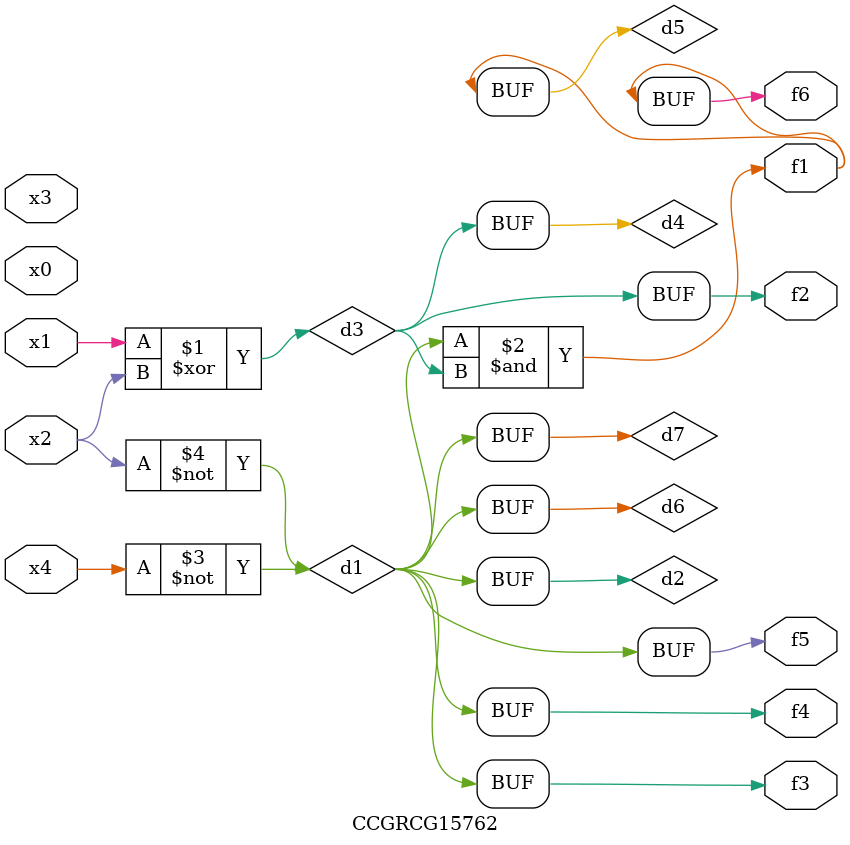
<source format=v>
module CCGRCG15762(
	input x0, x1, x2, x3, x4,
	output f1, f2, f3, f4, f5, f6
);

	wire d1, d2, d3, d4, d5, d6, d7;

	not (d1, x4);
	not (d2, x2);
	xor (d3, x1, x2);
	buf (d4, d3);
	and (d5, d1, d3);
	buf (d6, d1, d2);
	buf (d7, d2);
	assign f1 = d5;
	assign f2 = d4;
	assign f3 = d7;
	assign f4 = d7;
	assign f5 = d7;
	assign f6 = d5;
endmodule

</source>
